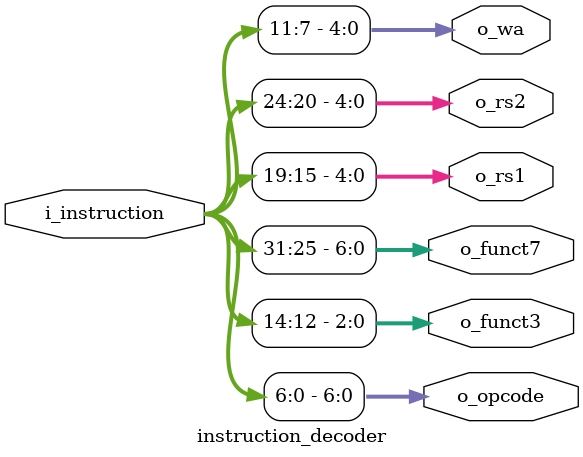
<source format=sv>
module instruction_decoder (
    input  logic [31:0] i_instruction,
    output logic [ 6:0] o_opcode,
    output logic [ 2:0] o_funct3,
    output logic [ 6:0] o_funct7,
    output logic [ 4:0] o_rs1,
    output logic [ 4:0] o_rs2,
    output logic [ 4:0] o_wa
);

  assign o_opcode = i_instruction[6:0];
  assign o_funct3 = i_instruction[14:12];
  assign o_funct7 = i_instruction[31:25];
  assign o_rs1 = i_instruction[19:15];
  assign o_rs2 = i_instruction[24:20];
  assign o_wa = i_instruction[11:7];

endmodule


</source>
